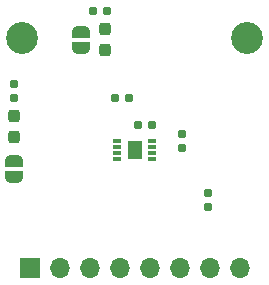
<source format=gbr>
%TF.GenerationSoftware,KiCad,Pcbnew,7.0.1*%
%TF.CreationDate,2023-04-15T14:41:49-07:00*%
%TF.ProjectId,SPI Flash Carrier,53504920-466c-4617-9368-204361727269,rev?*%
%TF.SameCoordinates,Original*%
%TF.FileFunction,Soldermask,Top*%
%TF.FilePolarity,Negative*%
%FSLAX46Y46*%
G04 Gerber Fmt 4.6, Leading zero omitted, Abs format (unit mm)*
G04 Created by KiCad (PCBNEW 7.0.1) date 2023-04-15 14:41:49*
%MOMM*%
%LPD*%
G01*
G04 APERTURE LIST*
G04 Aperture macros list*
%AMRoundRect*
0 Rectangle with rounded corners*
0 $1 Rounding radius*
0 $2 $3 $4 $5 $6 $7 $8 $9 X,Y pos of 4 corners*
0 Add a 4 corners polygon primitive as box body*
4,1,4,$2,$3,$4,$5,$6,$7,$8,$9,$2,$3,0*
0 Add four circle primitives for the rounded corners*
1,1,$1+$1,$2,$3*
1,1,$1+$1,$4,$5*
1,1,$1+$1,$6,$7*
1,1,$1+$1,$8,$9*
0 Add four rect primitives between the rounded corners*
20,1,$1+$1,$2,$3,$4,$5,0*
20,1,$1+$1,$4,$5,$6,$7,0*
20,1,$1+$1,$6,$7,$8,$9,0*
20,1,$1+$1,$8,$9,$2,$3,0*%
%AMFreePoly0*
4,1,19,0.500000,-0.750000,0.000000,-0.750000,0.000000,-0.744911,-0.071157,-0.744911,-0.207708,-0.704816,-0.327430,-0.627875,-0.420627,-0.520320,-0.479746,-0.390866,-0.500000,-0.250000,-0.500000,0.250000,-0.479746,0.390866,-0.420627,0.520320,-0.327430,0.627875,-0.207708,0.704816,-0.071157,0.744911,0.000000,0.744911,0.000000,0.750000,0.500000,0.750000,0.500000,-0.750000,0.500000,-0.750000,
$1*%
%AMFreePoly1*
4,1,19,0.000000,0.744911,0.071157,0.744911,0.207708,0.704816,0.327430,0.627875,0.420627,0.520320,0.479746,0.390866,0.500000,0.250000,0.500000,-0.250000,0.479746,-0.390866,0.420627,-0.520320,0.327430,-0.627875,0.207708,-0.704816,0.071157,-0.744911,0.000000,-0.744911,0.000000,-0.750000,-0.500000,-0.750000,-0.500000,0.750000,0.000000,0.750000,0.000000,0.744911,0.000000,0.744911,
$1*%
G04 Aperture macros list end*
%ADD10C,2.700000*%
%ADD11FreePoly0,270.000000*%
%ADD12FreePoly1,270.000000*%
%ADD13R,1.700000X1.700000*%
%ADD14O,1.700000X1.700000*%
%ADD15R,0.750000X0.300000*%
%ADD16R,1.300000X1.500000*%
%ADD17RoundRect,0.160000X-0.197500X-0.160000X0.197500X-0.160000X0.197500X0.160000X-0.197500X0.160000X0*%
%ADD18RoundRect,0.237500X0.237500X-0.287500X0.237500X0.287500X-0.237500X0.287500X-0.237500X-0.287500X0*%
%ADD19RoundRect,0.160000X-0.160000X0.197500X-0.160000X-0.197500X0.160000X-0.197500X0.160000X0.197500X0*%
%ADD20FreePoly0,90.000000*%
%ADD21FreePoly1,90.000000*%
%ADD22RoundRect,0.155000X0.212500X0.155000X-0.212500X0.155000X-0.212500X-0.155000X0.212500X-0.155000X0*%
%ADD23RoundRect,0.160000X0.197500X0.160000X-0.197500X0.160000X-0.197500X-0.160000X0.197500X-0.160000X0*%
G04 APERTURE END LIST*
D10*
%TO.C,REF\u002A\u002A*%
X72000000Y-53000000D03*
%TD*%
D11*
%TO.C,JP1*%
X58000000Y-52525000D03*
D12*
X58000000Y-53825000D03*
%TD*%
D13*
%TO.C,J1*%
X53625000Y-72500000D03*
D14*
X56165000Y-72500000D03*
X58705000Y-72500000D03*
X61245000Y-72500000D03*
X63785000Y-72500000D03*
X66325000Y-72500000D03*
X68865000Y-72500000D03*
X71405000Y-72500000D03*
%TD*%
D15*
%TO.C,U1*%
X61050000Y-61750000D03*
X61050000Y-62250000D03*
X61050000Y-62750000D03*
X61050000Y-63250000D03*
X63950000Y-63250000D03*
X63950000Y-62750000D03*
X63950000Y-62250000D03*
X63950000Y-61750000D03*
D16*
X62500000Y-62500000D03*
%TD*%
D17*
%TO.C,R1*%
X59002500Y-50700000D03*
X60197500Y-50700000D03*
%TD*%
D18*
%TO.C,D1*%
X60000000Y-54000000D03*
X60000000Y-52250000D03*
%TD*%
D19*
%TO.C,R5*%
X66500000Y-61102500D03*
X66500000Y-62297500D03*
%TD*%
D20*
%TO.C,JP2*%
X52250000Y-64750000D03*
D21*
X52250000Y-63450000D03*
%TD*%
D22*
%TO.C,C1*%
X63967500Y-60400000D03*
X62832500Y-60400000D03*
%TD*%
D19*
%TO.C,R2*%
X52250000Y-56902500D03*
X52250000Y-58097500D03*
%TD*%
D10*
%TO.C,REF\u002A\u002A*%
X53000000Y-53000000D03*
%TD*%
D23*
%TO.C,R3*%
X61997500Y-58100000D03*
X60802500Y-58100000D03*
%TD*%
D18*
%TO.C,D2*%
X52250000Y-61375000D03*
X52250000Y-59625000D03*
%TD*%
D19*
%TO.C,R4*%
X68750000Y-66152500D03*
X68750000Y-67347500D03*
%TD*%
M02*

</source>
